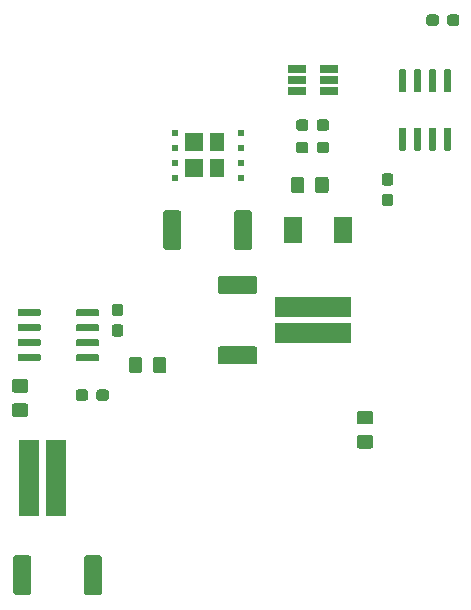
<source format=gtp>
%TF.GenerationSoftware,KiCad,Pcbnew,5.1.5-52549c5~84~ubuntu18.04.1*%
%TF.CreationDate,2020-02-26T10:28:26-05:00*%
%TF.ProjectId,LV_Breakout,4c565f42-7265-4616-9b6f-75742e6b6963,rev?*%
%TF.SameCoordinates,PX678e028PY6d01460*%
%TF.FileFunction,Paste,Top*%
%TF.FilePolarity,Positive*%
%FSLAX46Y46*%
G04 Gerber Fmt 4.6, Leading zero omitted, Abs format (unit mm)*
G04 Created by KiCad (PCBNEW 5.1.5-52549c5~84~ubuntu18.04.1) date 2020-02-26 10:28:26*
%MOMM*%
%LPD*%
G04 APERTURE LIST*
%ADD10R,1.755600X6.500000*%
%ADD11R,6.500000X1.755600*%
%ADD12C,0.100000*%
%ADD13R,1.560000X0.650000*%
%ADD14R,0.490000X0.490000*%
%ADD15R,1.585000X1.570000*%
%ADD16R,1.235000X1.570000*%
%ADD17R,1.620520X2.179320*%
G04 APERTURE END LIST*
D10*
%TO.C,R8*%
X63992801Y34925000D03*
X61737199Y34925000D03*
%TD*%
D11*
%TO.C,R3*%
X85725000Y47132199D03*
X85725000Y49387801D03*
%TD*%
D12*
%TO.C,C9*%
G36*
X96195779Y74133856D02*
G01*
X96218834Y74130437D01*
X96241443Y74124773D01*
X96263387Y74116921D01*
X96284457Y74106956D01*
X96304448Y74094974D01*
X96323168Y74081090D01*
X96340438Y74065438D01*
X96356090Y74048168D01*
X96369974Y74029448D01*
X96381956Y74009457D01*
X96391921Y73988387D01*
X96399773Y73966443D01*
X96405437Y73943834D01*
X96408856Y73920779D01*
X96410000Y73897500D01*
X96410000Y73422500D01*
X96408856Y73399221D01*
X96405437Y73376166D01*
X96399773Y73353557D01*
X96391921Y73331613D01*
X96381956Y73310543D01*
X96369974Y73290552D01*
X96356090Y73271832D01*
X96340438Y73254562D01*
X96323168Y73238910D01*
X96304448Y73225026D01*
X96284457Y73213044D01*
X96263387Y73203079D01*
X96241443Y73195227D01*
X96218834Y73189563D01*
X96195779Y73186144D01*
X96172500Y73185000D01*
X95597500Y73185000D01*
X95574221Y73186144D01*
X95551166Y73189563D01*
X95528557Y73195227D01*
X95506613Y73203079D01*
X95485543Y73213044D01*
X95465552Y73225026D01*
X95446832Y73238910D01*
X95429562Y73254562D01*
X95413910Y73271832D01*
X95400026Y73290552D01*
X95388044Y73310543D01*
X95378079Y73331613D01*
X95370227Y73353557D01*
X95364563Y73376166D01*
X95361144Y73399221D01*
X95360000Y73422500D01*
X95360000Y73897500D01*
X95361144Y73920779D01*
X95364563Y73943834D01*
X95370227Y73966443D01*
X95378079Y73988387D01*
X95388044Y74009457D01*
X95400026Y74029448D01*
X95413910Y74048168D01*
X95429562Y74065438D01*
X95446832Y74081090D01*
X95465552Y74094974D01*
X95485543Y74106956D01*
X95506613Y74116921D01*
X95528557Y74124773D01*
X95551166Y74130437D01*
X95574221Y74133856D01*
X95597500Y74135000D01*
X96172500Y74135000D01*
X96195779Y74133856D01*
G37*
G36*
X97945779Y74133856D02*
G01*
X97968834Y74130437D01*
X97991443Y74124773D01*
X98013387Y74116921D01*
X98034457Y74106956D01*
X98054448Y74094974D01*
X98073168Y74081090D01*
X98090438Y74065438D01*
X98106090Y74048168D01*
X98119974Y74029448D01*
X98131956Y74009457D01*
X98141921Y73988387D01*
X98149773Y73966443D01*
X98155437Y73943834D01*
X98158856Y73920779D01*
X98160000Y73897500D01*
X98160000Y73422500D01*
X98158856Y73399221D01*
X98155437Y73376166D01*
X98149773Y73353557D01*
X98141921Y73331613D01*
X98131956Y73310543D01*
X98119974Y73290552D01*
X98106090Y73271832D01*
X98090438Y73254562D01*
X98073168Y73238910D01*
X98054448Y73225026D01*
X98034457Y73213044D01*
X98013387Y73203079D01*
X97991443Y73195227D01*
X97968834Y73189563D01*
X97945779Y73186144D01*
X97922500Y73185000D01*
X97347500Y73185000D01*
X97324221Y73186144D01*
X97301166Y73189563D01*
X97278557Y73195227D01*
X97256613Y73203079D01*
X97235543Y73213044D01*
X97215552Y73225026D01*
X97196832Y73238910D01*
X97179562Y73254562D01*
X97163910Y73271832D01*
X97150026Y73290552D01*
X97138044Y73310543D01*
X97128079Y73331613D01*
X97120227Y73353557D01*
X97114563Y73376166D01*
X97111144Y73399221D01*
X97110000Y73422500D01*
X97110000Y73897500D01*
X97111144Y73920779D01*
X97114563Y73943834D01*
X97120227Y73966443D01*
X97128079Y73988387D01*
X97138044Y74009457D01*
X97150026Y74029448D01*
X97163910Y74048168D01*
X97179562Y74065438D01*
X97196832Y74081090D01*
X97215552Y74094974D01*
X97235543Y74106956D01*
X97256613Y74116921D01*
X97278557Y74124773D01*
X97301166Y74130437D01*
X97324221Y74133856D01*
X97347500Y74135000D01*
X97922500Y74135000D01*
X97945779Y74133856D01*
G37*
%TD*%
%TO.C,C11*%
G36*
X66505779Y42383856D02*
G01*
X66528834Y42380437D01*
X66551443Y42374773D01*
X66573387Y42366921D01*
X66594457Y42356956D01*
X66614448Y42344974D01*
X66633168Y42331090D01*
X66650438Y42315438D01*
X66666090Y42298168D01*
X66679974Y42279448D01*
X66691956Y42259457D01*
X66701921Y42238387D01*
X66709773Y42216443D01*
X66715437Y42193834D01*
X66718856Y42170779D01*
X66720000Y42147500D01*
X66720000Y41672500D01*
X66718856Y41649221D01*
X66715437Y41626166D01*
X66709773Y41603557D01*
X66701921Y41581613D01*
X66691956Y41560543D01*
X66679974Y41540552D01*
X66666090Y41521832D01*
X66650438Y41504562D01*
X66633168Y41488910D01*
X66614448Y41475026D01*
X66594457Y41463044D01*
X66573387Y41453079D01*
X66551443Y41445227D01*
X66528834Y41439563D01*
X66505779Y41436144D01*
X66482500Y41435000D01*
X65907500Y41435000D01*
X65884221Y41436144D01*
X65861166Y41439563D01*
X65838557Y41445227D01*
X65816613Y41453079D01*
X65795543Y41463044D01*
X65775552Y41475026D01*
X65756832Y41488910D01*
X65739562Y41504562D01*
X65723910Y41521832D01*
X65710026Y41540552D01*
X65698044Y41560543D01*
X65688079Y41581613D01*
X65680227Y41603557D01*
X65674563Y41626166D01*
X65671144Y41649221D01*
X65670000Y41672500D01*
X65670000Y42147500D01*
X65671144Y42170779D01*
X65674563Y42193834D01*
X65680227Y42216443D01*
X65688079Y42238387D01*
X65698044Y42259457D01*
X65710026Y42279448D01*
X65723910Y42298168D01*
X65739562Y42315438D01*
X65756832Y42331090D01*
X65775552Y42344974D01*
X65795543Y42356956D01*
X65816613Y42366921D01*
X65838557Y42374773D01*
X65861166Y42380437D01*
X65884221Y42383856D01*
X65907500Y42385000D01*
X66482500Y42385000D01*
X66505779Y42383856D01*
G37*
G36*
X68255779Y42383856D02*
G01*
X68278834Y42380437D01*
X68301443Y42374773D01*
X68323387Y42366921D01*
X68344457Y42356956D01*
X68364448Y42344974D01*
X68383168Y42331090D01*
X68400438Y42315438D01*
X68416090Y42298168D01*
X68429974Y42279448D01*
X68441956Y42259457D01*
X68451921Y42238387D01*
X68459773Y42216443D01*
X68465437Y42193834D01*
X68468856Y42170779D01*
X68470000Y42147500D01*
X68470000Y41672500D01*
X68468856Y41649221D01*
X68465437Y41626166D01*
X68459773Y41603557D01*
X68451921Y41581613D01*
X68441956Y41560543D01*
X68429974Y41540552D01*
X68416090Y41521832D01*
X68400438Y41504562D01*
X68383168Y41488910D01*
X68364448Y41475026D01*
X68344457Y41463044D01*
X68323387Y41453079D01*
X68301443Y41445227D01*
X68278834Y41439563D01*
X68255779Y41436144D01*
X68232500Y41435000D01*
X67657500Y41435000D01*
X67634221Y41436144D01*
X67611166Y41439563D01*
X67588557Y41445227D01*
X67566613Y41453079D01*
X67545543Y41463044D01*
X67525552Y41475026D01*
X67506832Y41488910D01*
X67489562Y41504562D01*
X67473910Y41521832D01*
X67460026Y41540552D01*
X67448044Y41560543D01*
X67438079Y41581613D01*
X67430227Y41603557D01*
X67424563Y41626166D01*
X67421144Y41649221D01*
X67420000Y41672500D01*
X67420000Y42147500D01*
X67421144Y42170779D01*
X67424563Y42193834D01*
X67430227Y42216443D01*
X67438079Y42238387D01*
X67448044Y42259457D01*
X67460026Y42279448D01*
X67473910Y42298168D01*
X67489562Y42315438D01*
X67506832Y42331090D01*
X67525552Y42344974D01*
X67545543Y42356956D01*
X67566613Y42366921D01*
X67588557Y42374773D01*
X67611166Y42380437D01*
X67634221Y42383856D01*
X67657500Y42385000D01*
X68232500Y42385000D01*
X68255779Y42383856D01*
G37*
%TD*%
%TO.C,U4*%
G36*
X67514703Y49194278D02*
G01*
X67529264Y49192118D01*
X67543543Y49188541D01*
X67557403Y49183582D01*
X67570710Y49177288D01*
X67583336Y49169720D01*
X67595159Y49160952D01*
X67606066Y49151066D01*
X67615952Y49140159D01*
X67624720Y49128336D01*
X67632288Y49115710D01*
X67638582Y49102403D01*
X67643541Y49088543D01*
X67647118Y49074264D01*
X67649278Y49059703D01*
X67650000Y49045000D01*
X67650000Y48745000D01*
X67649278Y48730297D01*
X67647118Y48715736D01*
X67643541Y48701457D01*
X67638582Y48687597D01*
X67632288Y48674290D01*
X67624720Y48661664D01*
X67615952Y48649841D01*
X67606066Y48638934D01*
X67595159Y48629048D01*
X67583336Y48620280D01*
X67570710Y48612712D01*
X67557403Y48606418D01*
X67543543Y48601459D01*
X67529264Y48597882D01*
X67514703Y48595722D01*
X67500000Y48595000D01*
X65850000Y48595000D01*
X65835297Y48595722D01*
X65820736Y48597882D01*
X65806457Y48601459D01*
X65792597Y48606418D01*
X65779290Y48612712D01*
X65766664Y48620280D01*
X65754841Y48629048D01*
X65743934Y48638934D01*
X65734048Y48649841D01*
X65725280Y48661664D01*
X65717712Y48674290D01*
X65711418Y48687597D01*
X65706459Y48701457D01*
X65702882Y48715736D01*
X65700722Y48730297D01*
X65700000Y48745000D01*
X65700000Y49045000D01*
X65700722Y49059703D01*
X65702882Y49074264D01*
X65706459Y49088543D01*
X65711418Y49102403D01*
X65717712Y49115710D01*
X65725280Y49128336D01*
X65734048Y49140159D01*
X65743934Y49151066D01*
X65754841Y49160952D01*
X65766664Y49169720D01*
X65779290Y49177288D01*
X65792597Y49183582D01*
X65806457Y49188541D01*
X65820736Y49192118D01*
X65835297Y49194278D01*
X65850000Y49195000D01*
X67500000Y49195000D01*
X67514703Y49194278D01*
G37*
G36*
X67514703Y47924278D02*
G01*
X67529264Y47922118D01*
X67543543Y47918541D01*
X67557403Y47913582D01*
X67570710Y47907288D01*
X67583336Y47899720D01*
X67595159Y47890952D01*
X67606066Y47881066D01*
X67615952Y47870159D01*
X67624720Y47858336D01*
X67632288Y47845710D01*
X67638582Y47832403D01*
X67643541Y47818543D01*
X67647118Y47804264D01*
X67649278Y47789703D01*
X67650000Y47775000D01*
X67650000Y47475000D01*
X67649278Y47460297D01*
X67647118Y47445736D01*
X67643541Y47431457D01*
X67638582Y47417597D01*
X67632288Y47404290D01*
X67624720Y47391664D01*
X67615952Y47379841D01*
X67606066Y47368934D01*
X67595159Y47359048D01*
X67583336Y47350280D01*
X67570710Y47342712D01*
X67557403Y47336418D01*
X67543543Y47331459D01*
X67529264Y47327882D01*
X67514703Y47325722D01*
X67500000Y47325000D01*
X65850000Y47325000D01*
X65835297Y47325722D01*
X65820736Y47327882D01*
X65806457Y47331459D01*
X65792597Y47336418D01*
X65779290Y47342712D01*
X65766664Y47350280D01*
X65754841Y47359048D01*
X65743934Y47368934D01*
X65734048Y47379841D01*
X65725280Y47391664D01*
X65717712Y47404290D01*
X65711418Y47417597D01*
X65706459Y47431457D01*
X65702882Y47445736D01*
X65700722Y47460297D01*
X65700000Y47475000D01*
X65700000Y47775000D01*
X65700722Y47789703D01*
X65702882Y47804264D01*
X65706459Y47818543D01*
X65711418Y47832403D01*
X65717712Y47845710D01*
X65725280Y47858336D01*
X65734048Y47870159D01*
X65743934Y47881066D01*
X65754841Y47890952D01*
X65766664Y47899720D01*
X65779290Y47907288D01*
X65792597Y47913582D01*
X65806457Y47918541D01*
X65820736Y47922118D01*
X65835297Y47924278D01*
X65850000Y47925000D01*
X67500000Y47925000D01*
X67514703Y47924278D01*
G37*
G36*
X67514703Y46654278D02*
G01*
X67529264Y46652118D01*
X67543543Y46648541D01*
X67557403Y46643582D01*
X67570710Y46637288D01*
X67583336Y46629720D01*
X67595159Y46620952D01*
X67606066Y46611066D01*
X67615952Y46600159D01*
X67624720Y46588336D01*
X67632288Y46575710D01*
X67638582Y46562403D01*
X67643541Y46548543D01*
X67647118Y46534264D01*
X67649278Y46519703D01*
X67650000Y46505000D01*
X67650000Y46205000D01*
X67649278Y46190297D01*
X67647118Y46175736D01*
X67643541Y46161457D01*
X67638582Y46147597D01*
X67632288Y46134290D01*
X67624720Y46121664D01*
X67615952Y46109841D01*
X67606066Y46098934D01*
X67595159Y46089048D01*
X67583336Y46080280D01*
X67570710Y46072712D01*
X67557403Y46066418D01*
X67543543Y46061459D01*
X67529264Y46057882D01*
X67514703Y46055722D01*
X67500000Y46055000D01*
X65850000Y46055000D01*
X65835297Y46055722D01*
X65820736Y46057882D01*
X65806457Y46061459D01*
X65792597Y46066418D01*
X65779290Y46072712D01*
X65766664Y46080280D01*
X65754841Y46089048D01*
X65743934Y46098934D01*
X65734048Y46109841D01*
X65725280Y46121664D01*
X65717712Y46134290D01*
X65711418Y46147597D01*
X65706459Y46161457D01*
X65702882Y46175736D01*
X65700722Y46190297D01*
X65700000Y46205000D01*
X65700000Y46505000D01*
X65700722Y46519703D01*
X65702882Y46534264D01*
X65706459Y46548543D01*
X65711418Y46562403D01*
X65717712Y46575710D01*
X65725280Y46588336D01*
X65734048Y46600159D01*
X65743934Y46611066D01*
X65754841Y46620952D01*
X65766664Y46629720D01*
X65779290Y46637288D01*
X65792597Y46643582D01*
X65806457Y46648541D01*
X65820736Y46652118D01*
X65835297Y46654278D01*
X65850000Y46655000D01*
X67500000Y46655000D01*
X67514703Y46654278D01*
G37*
G36*
X67514703Y45384278D02*
G01*
X67529264Y45382118D01*
X67543543Y45378541D01*
X67557403Y45373582D01*
X67570710Y45367288D01*
X67583336Y45359720D01*
X67595159Y45350952D01*
X67606066Y45341066D01*
X67615952Y45330159D01*
X67624720Y45318336D01*
X67632288Y45305710D01*
X67638582Y45292403D01*
X67643541Y45278543D01*
X67647118Y45264264D01*
X67649278Y45249703D01*
X67650000Y45235000D01*
X67650000Y44935000D01*
X67649278Y44920297D01*
X67647118Y44905736D01*
X67643541Y44891457D01*
X67638582Y44877597D01*
X67632288Y44864290D01*
X67624720Y44851664D01*
X67615952Y44839841D01*
X67606066Y44828934D01*
X67595159Y44819048D01*
X67583336Y44810280D01*
X67570710Y44802712D01*
X67557403Y44796418D01*
X67543543Y44791459D01*
X67529264Y44787882D01*
X67514703Y44785722D01*
X67500000Y44785000D01*
X65850000Y44785000D01*
X65835297Y44785722D01*
X65820736Y44787882D01*
X65806457Y44791459D01*
X65792597Y44796418D01*
X65779290Y44802712D01*
X65766664Y44810280D01*
X65754841Y44819048D01*
X65743934Y44828934D01*
X65734048Y44839841D01*
X65725280Y44851664D01*
X65717712Y44864290D01*
X65711418Y44877597D01*
X65706459Y44891457D01*
X65702882Y44905736D01*
X65700722Y44920297D01*
X65700000Y44935000D01*
X65700000Y45235000D01*
X65700722Y45249703D01*
X65702882Y45264264D01*
X65706459Y45278543D01*
X65711418Y45292403D01*
X65717712Y45305710D01*
X65725280Y45318336D01*
X65734048Y45330159D01*
X65743934Y45341066D01*
X65754841Y45350952D01*
X65766664Y45359720D01*
X65779290Y45367288D01*
X65792597Y45373582D01*
X65806457Y45378541D01*
X65820736Y45382118D01*
X65835297Y45384278D01*
X65850000Y45385000D01*
X67500000Y45385000D01*
X67514703Y45384278D01*
G37*
G36*
X62564703Y45384278D02*
G01*
X62579264Y45382118D01*
X62593543Y45378541D01*
X62607403Y45373582D01*
X62620710Y45367288D01*
X62633336Y45359720D01*
X62645159Y45350952D01*
X62656066Y45341066D01*
X62665952Y45330159D01*
X62674720Y45318336D01*
X62682288Y45305710D01*
X62688582Y45292403D01*
X62693541Y45278543D01*
X62697118Y45264264D01*
X62699278Y45249703D01*
X62700000Y45235000D01*
X62700000Y44935000D01*
X62699278Y44920297D01*
X62697118Y44905736D01*
X62693541Y44891457D01*
X62688582Y44877597D01*
X62682288Y44864290D01*
X62674720Y44851664D01*
X62665952Y44839841D01*
X62656066Y44828934D01*
X62645159Y44819048D01*
X62633336Y44810280D01*
X62620710Y44802712D01*
X62607403Y44796418D01*
X62593543Y44791459D01*
X62579264Y44787882D01*
X62564703Y44785722D01*
X62550000Y44785000D01*
X60900000Y44785000D01*
X60885297Y44785722D01*
X60870736Y44787882D01*
X60856457Y44791459D01*
X60842597Y44796418D01*
X60829290Y44802712D01*
X60816664Y44810280D01*
X60804841Y44819048D01*
X60793934Y44828934D01*
X60784048Y44839841D01*
X60775280Y44851664D01*
X60767712Y44864290D01*
X60761418Y44877597D01*
X60756459Y44891457D01*
X60752882Y44905736D01*
X60750722Y44920297D01*
X60750000Y44935000D01*
X60750000Y45235000D01*
X60750722Y45249703D01*
X60752882Y45264264D01*
X60756459Y45278543D01*
X60761418Y45292403D01*
X60767712Y45305710D01*
X60775280Y45318336D01*
X60784048Y45330159D01*
X60793934Y45341066D01*
X60804841Y45350952D01*
X60816664Y45359720D01*
X60829290Y45367288D01*
X60842597Y45373582D01*
X60856457Y45378541D01*
X60870736Y45382118D01*
X60885297Y45384278D01*
X60900000Y45385000D01*
X62550000Y45385000D01*
X62564703Y45384278D01*
G37*
G36*
X62564703Y46654278D02*
G01*
X62579264Y46652118D01*
X62593543Y46648541D01*
X62607403Y46643582D01*
X62620710Y46637288D01*
X62633336Y46629720D01*
X62645159Y46620952D01*
X62656066Y46611066D01*
X62665952Y46600159D01*
X62674720Y46588336D01*
X62682288Y46575710D01*
X62688582Y46562403D01*
X62693541Y46548543D01*
X62697118Y46534264D01*
X62699278Y46519703D01*
X62700000Y46505000D01*
X62700000Y46205000D01*
X62699278Y46190297D01*
X62697118Y46175736D01*
X62693541Y46161457D01*
X62688582Y46147597D01*
X62682288Y46134290D01*
X62674720Y46121664D01*
X62665952Y46109841D01*
X62656066Y46098934D01*
X62645159Y46089048D01*
X62633336Y46080280D01*
X62620710Y46072712D01*
X62607403Y46066418D01*
X62593543Y46061459D01*
X62579264Y46057882D01*
X62564703Y46055722D01*
X62550000Y46055000D01*
X60900000Y46055000D01*
X60885297Y46055722D01*
X60870736Y46057882D01*
X60856457Y46061459D01*
X60842597Y46066418D01*
X60829290Y46072712D01*
X60816664Y46080280D01*
X60804841Y46089048D01*
X60793934Y46098934D01*
X60784048Y46109841D01*
X60775280Y46121664D01*
X60767712Y46134290D01*
X60761418Y46147597D01*
X60756459Y46161457D01*
X60752882Y46175736D01*
X60750722Y46190297D01*
X60750000Y46205000D01*
X60750000Y46505000D01*
X60750722Y46519703D01*
X60752882Y46534264D01*
X60756459Y46548543D01*
X60761418Y46562403D01*
X60767712Y46575710D01*
X60775280Y46588336D01*
X60784048Y46600159D01*
X60793934Y46611066D01*
X60804841Y46620952D01*
X60816664Y46629720D01*
X60829290Y46637288D01*
X60842597Y46643582D01*
X60856457Y46648541D01*
X60870736Y46652118D01*
X60885297Y46654278D01*
X60900000Y46655000D01*
X62550000Y46655000D01*
X62564703Y46654278D01*
G37*
G36*
X62564703Y47924278D02*
G01*
X62579264Y47922118D01*
X62593543Y47918541D01*
X62607403Y47913582D01*
X62620710Y47907288D01*
X62633336Y47899720D01*
X62645159Y47890952D01*
X62656066Y47881066D01*
X62665952Y47870159D01*
X62674720Y47858336D01*
X62682288Y47845710D01*
X62688582Y47832403D01*
X62693541Y47818543D01*
X62697118Y47804264D01*
X62699278Y47789703D01*
X62700000Y47775000D01*
X62700000Y47475000D01*
X62699278Y47460297D01*
X62697118Y47445736D01*
X62693541Y47431457D01*
X62688582Y47417597D01*
X62682288Y47404290D01*
X62674720Y47391664D01*
X62665952Y47379841D01*
X62656066Y47368934D01*
X62645159Y47359048D01*
X62633336Y47350280D01*
X62620710Y47342712D01*
X62607403Y47336418D01*
X62593543Y47331459D01*
X62579264Y47327882D01*
X62564703Y47325722D01*
X62550000Y47325000D01*
X60900000Y47325000D01*
X60885297Y47325722D01*
X60870736Y47327882D01*
X60856457Y47331459D01*
X60842597Y47336418D01*
X60829290Y47342712D01*
X60816664Y47350280D01*
X60804841Y47359048D01*
X60793934Y47368934D01*
X60784048Y47379841D01*
X60775280Y47391664D01*
X60767712Y47404290D01*
X60761418Y47417597D01*
X60756459Y47431457D01*
X60752882Y47445736D01*
X60750722Y47460297D01*
X60750000Y47475000D01*
X60750000Y47775000D01*
X60750722Y47789703D01*
X60752882Y47804264D01*
X60756459Y47818543D01*
X60761418Y47832403D01*
X60767712Y47845710D01*
X60775280Y47858336D01*
X60784048Y47870159D01*
X60793934Y47881066D01*
X60804841Y47890952D01*
X60816664Y47899720D01*
X60829290Y47907288D01*
X60842597Y47913582D01*
X60856457Y47918541D01*
X60870736Y47922118D01*
X60885297Y47924278D01*
X60900000Y47925000D01*
X62550000Y47925000D01*
X62564703Y47924278D01*
G37*
G36*
X62564703Y49194278D02*
G01*
X62579264Y49192118D01*
X62593543Y49188541D01*
X62607403Y49183582D01*
X62620710Y49177288D01*
X62633336Y49169720D01*
X62645159Y49160952D01*
X62656066Y49151066D01*
X62665952Y49140159D01*
X62674720Y49128336D01*
X62682288Y49115710D01*
X62688582Y49102403D01*
X62693541Y49088543D01*
X62697118Y49074264D01*
X62699278Y49059703D01*
X62700000Y49045000D01*
X62700000Y48745000D01*
X62699278Y48730297D01*
X62697118Y48715736D01*
X62693541Y48701457D01*
X62688582Y48687597D01*
X62682288Y48674290D01*
X62674720Y48661664D01*
X62665952Y48649841D01*
X62656066Y48638934D01*
X62645159Y48629048D01*
X62633336Y48620280D01*
X62620710Y48612712D01*
X62607403Y48606418D01*
X62593543Y48601459D01*
X62579264Y48597882D01*
X62564703Y48595722D01*
X62550000Y48595000D01*
X60900000Y48595000D01*
X60885297Y48595722D01*
X60870736Y48597882D01*
X60856457Y48601459D01*
X60842597Y48606418D01*
X60829290Y48612712D01*
X60816664Y48620280D01*
X60804841Y48629048D01*
X60793934Y48638934D01*
X60784048Y48649841D01*
X60775280Y48661664D01*
X60767712Y48674290D01*
X60761418Y48687597D01*
X60756459Y48701457D01*
X60752882Y48715736D01*
X60750722Y48730297D01*
X60750000Y48745000D01*
X60750000Y49045000D01*
X60750722Y49059703D01*
X60752882Y49074264D01*
X60756459Y49088543D01*
X60761418Y49102403D01*
X60767712Y49115710D01*
X60775280Y49128336D01*
X60784048Y49140159D01*
X60793934Y49151066D01*
X60804841Y49160952D01*
X60816664Y49169720D01*
X60829290Y49177288D01*
X60842597Y49183582D01*
X60856457Y49188541D01*
X60870736Y49192118D01*
X60885297Y49194278D01*
X60900000Y49195000D01*
X62550000Y49195000D01*
X62564703Y49194278D01*
G37*
%TD*%
%TO.C,U3*%
G36*
X97319703Y64539278D02*
G01*
X97334264Y64537118D01*
X97348543Y64533541D01*
X97362403Y64528582D01*
X97375710Y64522288D01*
X97388336Y64514720D01*
X97400159Y64505952D01*
X97411066Y64496066D01*
X97420952Y64485159D01*
X97429720Y64473336D01*
X97437288Y64460710D01*
X97443582Y64447403D01*
X97448541Y64433543D01*
X97452118Y64419264D01*
X97454278Y64404703D01*
X97455000Y64390000D01*
X97455000Y62740000D01*
X97454278Y62725297D01*
X97452118Y62710736D01*
X97448541Y62696457D01*
X97443582Y62682597D01*
X97437288Y62669290D01*
X97429720Y62656664D01*
X97420952Y62644841D01*
X97411066Y62633934D01*
X97400159Y62624048D01*
X97388336Y62615280D01*
X97375710Y62607712D01*
X97362403Y62601418D01*
X97348543Y62596459D01*
X97334264Y62592882D01*
X97319703Y62590722D01*
X97305000Y62590000D01*
X97005000Y62590000D01*
X96990297Y62590722D01*
X96975736Y62592882D01*
X96961457Y62596459D01*
X96947597Y62601418D01*
X96934290Y62607712D01*
X96921664Y62615280D01*
X96909841Y62624048D01*
X96898934Y62633934D01*
X96889048Y62644841D01*
X96880280Y62656664D01*
X96872712Y62669290D01*
X96866418Y62682597D01*
X96861459Y62696457D01*
X96857882Y62710736D01*
X96855722Y62725297D01*
X96855000Y62740000D01*
X96855000Y64390000D01*
X96855722Y64404703D01*
X96857882Y64419264D01*
X96861459Y64433543D01*
X96866418Y64447403D01*
X96872712Y64460710D01*
X96880280Y64473336D01*
X96889048Y64485159D01*
X96898934Y64496066D01*
X96909841Y64505952D01*
X96921664Y64514720D01*
X96934290Y64522288D01*
X96947597Y64528582D01*
X96961457Y64533541D01*
X96975736Y64537118D01*
X96990297Y64539278D01*
X97005000Y64540000D01*
X97305000Y64540000D01*
X97319703Y64539278D01*
G37*
G36*
X96049703Y64539278D02*
G01*
X96064264Y64537118D01*
X96078543Y64533541D01*
X96092403Y64528582D01*
X96105710Y64522288D01*
X96118336Y64514720D01*
X96130159Y64505952D01*
X96141066Y64496066D01*
X96150952Y64485159D01*
X96159720Y64473336D01*
X96167288Y64460710D01*
X96173582Y64447403D01*
X96178541Y64433543D01*
X96182118Y64419264D01*
X96184278Y64404703D01*
X96185000Y64390000D01*
X96185000Y62740000D01*
X96184278Y62725297D01*
X96182118Y62710736D01*
X96178541Y62696457D01*
X96173582Y62682597D01*
X96167288Y62669290D01*
X96159720Y62656664D01*
X96150952Y62644841D01*
X96141066Y62633934D01*
X96130159Y62624048D01*
X96118336Y62615280D01*
X96105710Y62607712D01*
X96092403Y62601418D01*
X96078543Y62596459D01*
X96064264Y62592882D01*
X96049703Y62590722D01*
X96035000Y62590000D01*
X95735000Y62590000D01*
X95720297Y62590722D01*
X95705736Y62592882D01*
X95691457Y62596459D01*
X95677597Y62601418D01*
X95664290Y62607712D01*
X95651664Y62615280D01*
X95639841Y62624048D01*
X95628934Y62633934D01*
X95619048Y62644841D01*
X95610280Y62656664D01*
X95602712Y62669290D01*
X95596418Y62682597D01*
X95591459Y62696457D01*
X95587882Y62710736D01*
X95585722Y62725297D01*
X95585000Y62740000D01*
X95585000Y64390000D01*
X95585722Y64404703D01*
X95587882Y64419264D01*
X95591459Y64433543D01*
X95596418Y64447403D01*
X95602712Y64460710D01*
X95610280Y64473336D01*
X95619048Y64485159D01*
X95628934Y64496066D01*
X95639841Y64505952D01*
X95651664Y64514720D01*
X95664290Y64522288D01*
X95677597Y64528582D01*
X95691457Y64533541D01*
X95705736Y64537118D01*
X95720297Y64539278D01*
X95735000Y64540000D01*
X96035000Y64540000D01*
X96049703Y64539278D01*
G37*
G36*
X94779703Y64539278D02*
G01*
X94794264Y64537118D01*
X94808543Y64533541D01*
X94822403Y64528582D01*
X94835710Y64522288D01*
X94848336Y64514720D01*
X94860159Y64505952D01*
X94871066Y64496066D01*
X94880952Y64485159D01*
X94889720Y64473336D01*
X94897288Y64460710D01*
X94903582Y64447403D01*
X94908541Y64433543D01*
X94912118Y64419264D01*
X94914278Y64404703D01*
X94915000Y64390000D01*
X94915000Y62740000D01*
X94914278Y62725297D01*
X94912118Y62710736D01*
X94908541Y62696457D01*
X94903582Y62682597D01*
X94897288Y62669290D01*
X94889720Y62656664D01*
X94880952Y62644841D01*
X94871066Y62633934D01*
X94860159Y62624048D01*
X94848336Y62615280D01*
X94835710Y62607712D01*
X94822403Y62601418D01*
X94808543Y62596459D01*
X94794264Y62592882D01*
X94779703Y62590722D01*
X94765000Y62590000D01*
X94465000Y62590000D01*
X94450297Y62590722D01*
X94435736Y62592882D01*
X94421457Y62596459D01*
X94407597Y62601418D01*
X94394290Y62607712D01*
X94381664Y62615280D01*
X94369841Y62624048D01*
X94358934Y62633934D01*
X94349048Y62644841D01*
X94340280Y62656664D01*
X94332712Y62669290D01*
X94326418Y62682597D01*
X94321459Y62696457D01*
X94317882Y62710736D01*
X94315722Y62725297D01*
X94315000Y62740000D01*
X94315000Y64390000D01*
X94315722Y64404703D01*
X94317882Y64419264D01*
X94321459Y64433543D01*
X94326418Y64447403D01*
X94332712Y64460710D01*
X94340280Y64473336D01*
X94349048Y64485159D01*
X94358934Y64496066D01*
X94369841Y64505952D01*
X94381664Y64514720D01*
X94394290Y64522288D01*
X94407597Y64528582D01*
X94421457Y64533541D01*
X94435736Y64537118D01*
X94450297Y64539278D01*
X94465000Y64540000D01*
X94765000Y64540000D01*
X94779703Y64539278D01*
G37*
G36*
X93509703Y64539278D02*
G01*
X93524264Y64537118D01*
X93538543Y64533541D01*
X93552403Y64528582D01*
X93565710Y64522288D01*
X93578336Y64514720D01*
X93590159Y64505952D01*
X93601066Y64496066D01*
X93610952Y64485159D01*
X93619720Y64473336D01*
X93627288Y64460710D01*
X93633582Y64447403D01*
X93638541Y64433543D01*
X93642118Y64419264D01*
X93644278Y64404703D01*
X93645000Y64390000D01*
X93645000Y62740000D01*
X93644278Y62725297D01*
X93642118Y62710736D01*
X93638541Y62696457D01*
X93633582Y62682597D01*
X93627288Y62669290D01*
X93619720Y62656664D01*
X93610952Y62644841D01*
X93601066Y62633934D01*
X93590159Y62624048D01*
X93578336Y62615280D01*
X93565710Y62607712D01*
X93552403Y62601418D01*
X93538543Y62596459D01*
X93524264Y62592882D01*
X93509703Y62590722D01*
X93495000Y62590000D01*
X93195000Y62590000D01*
X93180297Y62590722D01*
X93165736Y62592882D01*
X93151457Y62596459D01*
X93137597Y62601418D01*
X93124290Y62607712D01*
X93111664Y62615280D01*
X93099841Y62624048D01*
X93088934Y62633934D01*
X93079048Y62644841D01*
X93070280Y62656664D01*
X93062712Y62669290D01*
X93056418Y62682597D01*
X93051459Y62696457D01*
X93047882Y62710736D01*
X93045722Y62725297D01*
X93045000Y62740000D01*
X93045000Y64390000D01*
X93045722Y64404703D01*
X93047882Y64419264D01*
X93051459Y64433543D01*
X93056418Y64447403D01*
X93062712Y64460710D01*
X93070280Y64473336D01*
X93079048Y64485159D01*
X93088934Y64496066D01*
X93099841Y64505952D01*
X93111664Y64514720D01*
X93124290Y64522288D01*
X93137597Y64528582D01*
X93151457Y64533541D01*
X93165736Y64537118D01*
X93180297Y64539278D01*
X93195000Y64540000D01*
X93495000Y64540000D01*
X93509703Y64539278D01*
G37*
G36*
X93509703Y69489278D02*
G01*
X93524264Y69487118D01*
X93538543Y69483541D01*
X93552403Y69478582D01*
X93565710Y69472288D01*
X93578336Y69464720D01*
X93590159Y69455952D01*
X93601066Y69446066D01*
X93610952Y69435159D01*
X93619720Y69423336D01*
X93627288Y69410710D01*
X93633582Y69397403D01*
X93638541Y69383543D01*
X93642118Y69369264D01*
X93644278Y69354703D01*
X93645000Y69340000D01*
X93645000Y67690000D01*
X93644278Y67675297D01*
X93642118Y67660736D01*
X93638541Y67646457D01*
X93633582Y67632597D01*
X93627288Y67619290D01*
X93619720Y67606664D01*
X93610952Y67594841D01*
X93601066Y67583934D01*
X93590159Y67574048D01*
X93578336Y67565280D01*
X93565710Y67557712D01*
X93552403Y67551418D01*
X93538543Y67546459D01*
X93524264Y67542882D01*
X93509703Y67540722D01*
X93495000Y67540000D01*
X93195000Y67540000D01*
X93180297Y67540722D01*
X93165736Y67542882D01*
X93151457Y67546459D01*
X93137597Y67551418D01*
X93124290Y67557712D01*
X93111664Y67565280D01*
X93099841Y67574048D01*
X93088934Y67583934D01*
X93079048Y67594841D01*
X93070280Y67606664D01*
X93062712Y67619290D01*
X93056418Y67632597D01*
X93051459Y67646457D01*
X93047882Y67660736D01*
X93045722Y67675297D01*
X93045000Y67690000D01*
X93045000Y69340000D01*
X93045722Y69354703D01*
X93047882Y69369264D01*
X93051459Y69383543D01*
X93056418Y69397403D01*
X93062712Y69410710D01*
X93070280Y69423336D01*
X93079048Y69435159D01*
X93088934Y69446066D01*
X93099841Y69455952D01*
X93111664Y69464720D01*
X93124290Y69472288D01*
X93137597Y69478582D01*
X93151457Y69483541D01*
X93165736Y69487118D01*
X93180297Y69489278D01*
X93195000Y69490000D01*
X93495000Y69490000D01*
X93509703Y69489278D01*
G37*
G36*
X94779703Y69489278D02*
G01*
X94794264Y69487118D01*
X94808543Y69483541D01*
X94822403Y69478582D01*
X94835710Y69472288D01*
X94848336Y69464720D01*
X94860159Y69455952D01*
X94871066Y69446066D01*
X94880952Y69435159D01*
X94889720Y69423336D01*
X94897288Y69410710D01*
X94903582Y69397403D01*
X94908541Y69383543D01*
X94912118Y69369264D01*
X94914278Y69354703D01*
X94915000Y69340000D01*
X94915000Y67690000D01*
X94914278Y67675297D01*
X94912118Y67660736D01*
X94908541Y67646457D01*
X94903582Y67632597D01*
X94897288Y67619290D01*
X94889720Y67606664D01*
X94880952Y67594841D01*
X94871066Y67583934D01*
X94860159Y67574048D01*
X94848336Y67565280D01*
X94835710Y67557712D01*
X94822403Y67551418D01*
X94808543Y67546459D01*
X94794264Y67542882D01*
X94779703Y67540722D01*
X94765000Y67540000D01*
X94465000Y67540000D01*
X94450297Y67540722D01*
X94435736Y67542882D01*
X94421457Y67546459D01*
X94407597Y67551418D01*
X94394290Y67557712D01*
X94381664Y67565280D01*
X94369841Y67574048D01*
X94358934Y67583934D01*
X94349048Y67594841D01*
X94340280Y67606664D01*
X94332712Y67619290D01*
X94326418Y67632597D01*
X94321459Y67646457D01*
X94317882Y67660736D01*
X94315722Y67675297D01*
X94315000Y67690000D01*
X94315000Y69340000D01*
X94315722Y69354703D01*
X94317882Y69369264D01*
X94321459Y69383543D01*
X94326418Y69397403D01*
X94332712Y69410710D01*
X94340280Y69423336D01*
X94349048Y69435159D01*
X94358934Y69446066D01*
X94369841Y69455952D01*
X94381664Y69464720D01*
X94394290Y69472288D01*
X94407597Y69478582D01*
X94421457Y69483541D01*
X94435736Y69487118D01*
X94450297Y69489278D01*
X94465000Y69490000D01*
X94765000Y69490000D01*
X94779703Y69489278D01*
G37*
G36*
X96049703Y69489278D02*
G01*
X96064264Y69487118D01*
X96078543Y69483541D01*
X96092403Y69478582D01*
X96105710Y69472288D01*
X96118336Y69464720D01*
X96130159Y69455952D01*
X96141066Y69446066D01*
X96150952Y69435159D01*
X96159720Y69423336D01*
X96167288Y69410710D01*
X96173582Y69397403D01*
X96178541Y69383543D01*
X96182118Y69369264D01*
X96184278Y69354703D01*
X96185000Y69340000D01*
X96185000Y67690000D01*
X96184278Y67675297D01*
X96182118Y67660736D01*
X96178541Y67646457D01*
X96173582Y67632597D01*
X96167288Y67619290D01*
X96159720Y67606664D01*
X96150952Y67594841D01*
X96141066Y67583934D01*
X96130159Y67574048D01*
X96118336Y67565280D01*
X96105710Y67557712D01*
X96092403Y67551418D01*
X96078543Y67546459D01*
X96064264Y67542882D01*
X96049703Y67540722D01*
X96035000Y67540000D01*
X95735000Y67540000D01*
X95720297Y67540722D01*
X95705736Y67542882D01*
X95691457Y67546459D01*
X95677597Y67551418D01*
X95664290Y67557712D01*
X95651664Y67565280D01*
X95639841Y67574048D01*
X95628934Y67583934D01*
X95619048Y67594841D01*
X95610280Y67606664D01*
X95602712Y67619290D01*
X95596418Y67632597D01*
X95591459Y67646457D01*
X95587882Y67660736D01*
X95585722Y67675297D01*
X95585000Y67690000D01*
X95585000Y69340000D01*
X95585722Y69354703D01*
X95587882Y69369264D01*
X95591459Y69383543D01*
X95596418Y69397403D01*
X95602712Y69410710D01*
X95610280Y69423336D01*
X95619048Y69435159D01*
X95628934Y69446066D01*
X95639841Y69455952D01*
X95651664Y69464720D01*
X95664290Y69472288D01*
X95677597Y69478582D01*
X95691457Y69483541D01*
X95705736Y69487118D01*
X95720297Y69489278D01*
X95735000Y69490000D01*
X96035000Y69490000D01*
X96049703Y69489278D01*
G37*
G36*
X97319703Y69489278D02*
G01*
X97334264Y69487118D01*
X97348543Y69483541D01*
X97362403Y69478582D01*
X97375710Y69472288D01*
X97388336Y69464720D01*
X97400159Y69455952D01*
X97411066Y69446066D01*
X97420952Y69435159D01*
X97429720Y69423336D01*
X97437288Y69410710D01*
X97443582Y69397403D01*
X97448541Y69383543D01*
X97452118Y69369264D01*
X97454278Y69354703D01*
X97455000Y69340000D01*
X97455000Y67690000D01*
X97454278Y67675297D01*
X97452118Y67660736D01*
X97448541Y67646457D01*
X97443582Y67632597D01*
X97437288Y67619290D01*
X97429720Y67606664D01*
X97420952Y67594841D01*
X97411066Y67583934D01*
X97400159Y67574048D01*
X97388336Y67565280D01*
X97375710Y67557712D01*
X97362403Y67551418D01*
X97348543Y67546459D01*
X97334264Y67542882D01*
X97319703Y67540722D01*
X97305000Y67540000D01*
X97005000Y67540000D01*
X96990297Y67540722D01*
X96975736Y67542882D01*
X96961457Y67546459D01*
X96947597Y67551418D01*
X96934290Y67557712D01*
X96921664Y67565280D01*
X96909841Y67574048D01*
X96898934Y67583934D01*
X96889048Y67594841D01*
X96880280Y67606664D01*
X96872712Y67619290D01*
X96866418Y67632597D01*
X96861459Y67646457D01*
X96857882Y67660736D01*
X96855722Y67675297D01*
X96855000Y67690000D01*
X96855000Y69340000D01*
X96855722Y69354703D01*
X96857882Y69369264D01*
X96861459Y69383543D01*
X96866418Y69397403D01*
X96872712Y69410710D01*
X96880280Y69423336D01*
X96889048Y69435159D01*
X96898934Y69446066D01*
X96909841Y69455952D01*
X96921664Y69464720D01*
X96934290Y69472288D01*
X96947597Y69478582D01*
X96961457Y69483541D01*
X96975736Y69487118D01*
X96990297Y69489278D01*
X97005000Y69490000D01*
X97305000Y69490000D01*
X97319703Y69489278D01*
G37*
%TD*%
D13*
%TO.C,U2*%
X84375000Y68580000D03*
X84375000Y67630000D03*
X84375000Y69530000D03*
X87075000Y69530000D03*
X87075000Y68580000D03*
X87075000Y67630000D03*
%TD*%
D12*
%TO.C,R10*%
G36*
X61434505Y41213796D02*
G01*
X61458773Y41210196D01*
X61482572Y41204235D01*
X61505671Y41195970D01*
X61527850Y41185480D01*
X61548893Y41172868D01*
X61568599Y41158253D01*
X61586777Y41141777D01*
X61603253Y41123599D01*
X61617868Y41103893D01*
X61630480Y41082850D01*
X61640970Y41060671D01*
X61649235Y41037572D01*
X61655196Y41013773D01*
X61658796Y40989505D01*
X61660000Y40965001D01*
X61660000Y40314999D01*
X61658796Y40290495D01*
X61655196Y40266227D01*
X61649235Y40242428D01*
X61640970Y40219329D01*
X61630480Y40197150D01*
X61617868Y40176107D01*
X61603253Y40156401D01*
X61586777Y40138223D01*
X61568599Y40121747D01*
X61548893Y40107132D01*
X61527850Y40094520D01*
X61505671Y40084030D01*
X61482572Y40075765D01*
X61458773Y40069804D01*
X61434505Y40066204D01*
X61410001Y40065000D01*
X60509999Y40065000D01*
X60485495Y40066204D01*
X60461227Y40069804D01*
X60437428Y40075765D01*
X60414329Y40084030D01*
X60392150Y40094520D01*
X60371107Y40107132D01*
X60351401Y40121747D01*
X60333223Y40138223D01*
X60316747Y40156401D01*
X60302132Y40176107D01*
X60289520Y40197150D01*
X60279030Y40219329D01*
X60270765Y40242428D01*
X60264804Y40266227D01*
X60261204Y40290495D01*
X60260000Y40314999D01*
X60260000Y40965001D01*
X60261204Y40989505D01*
X60264804Y41013773D01*
X60270765Y41037572D01*
X60279030Y41060671D01*
X60289520Y41082850D01*
X60302132Y41103893D01*
X60316747Y41123599D01*
X60333223Y41141777D01*
X60351401Y41158253D01*
X60371107Y41172868D01*
X60392150Y41185480D01*
X60414329Y41195970D01*
X60437428Y41204235D01*
X60461227Y41210196D01*
X60485495Y41213796D01*
X60509999Y41215000D01*
X61410001Y41215000D01*
X61434505Y41213796D01*
G37*
G36*
X61434505Y43263796D02*
G01*
X61458773Y43260196D01*
X61482572Y43254235D01*
X61505671Y43245970D01*
X61527850Y43235480D01*
X61548893Y43222868D01*
X61568599Y43208253D01*
X61586777Y43191777D01*
X61603253Y43173599D01*
X61617868Y43153893D01*
X61630480Y43132850D01*
X61640970Y43110671D01*
X61649235Y43087572D01*
X61655196Y43063773D01*
X61658796Y43039505D01*
X61660000Y43015001D01*
X61660000Y42364999D01*
X61658796Y42340495D01*
X61655196Y42316227D01*
X61649235Y42292428D01*
X61640970Y42269329D01*
X61630480Y42247150D01*
X61617868Y42226107D01*
X61603253Y42206401D01*
X61586777Y42188223D01*
X61568599Y42171747D01*
X61548893Y42157132D01*
X61527850Y42144520D01*
X61505671Y42134030D01*
X61482572Y42125765D01*
X61458773Y42119804D01*
X61434505Y42116204D01*
X61410001Y42115000D01*
X60509999Y42115000D01*
X60485495Y42116204D01*
X60461227Y42119804D01*
X60437428Y42125765D01*
X60414329Y42134030D01*
X60392150Y42144520D01*
X60371107Y42157132D01*
X60351401Y42171747D01*
X60333223Y42188223D01*
X60316747Y42206401D01*
X60302132Y42226107D01*
X60289520Y42247150D01*
X60279030Y42269329D01*
X60270765Y42292428D01*
X60264804Y42316227D01*
X60261204Y42340495D01*
X60260000Y42364999D01*
X60260000Y43015001D01*
X60261204Y43039505D01*
X60264804Y43063773D01*
X60270765Y43087572D01*
X60279030Y43110671D01*
X60289520Y43132850D01*
X60302132Y43153893D01*
X60316747Y43173599D01*
X60333223Y43191777D01*
X60351401Y43208253D01*
X60371107Y43222868D01*
X60392150Y43235480D01*
X60414329Y43245970D01*
X60437428Y43254235D01*
X60461227Y43260196D01*
X60485495Y43263796D01*
X60509999Y43265000D01*
X61410001Y43265000D01*
X61434505Y43263796D01*
G37*
%TD*%
%TO.C,R9*%
G36*
X73129505Y45148796D02*
G01*
X73153773Y45145196D01*
X73177572Y45139235D01*
X73200671Y45130970D01*
X73222850Y45120480D01*
X73243893Y45107868D01*
X73263599Y45093253D01*
X73281777Y45076777D01*
X73298253Y45058599D01*
X73312868Y45038893D01*
X73325480Y45017850D01*
X73335970Y44995671D01*
X73344235Y44972572D01*
X73350196Y44948773D01*
X73353796Y44924505D01*
X73355000Y44900001D01*
X73355000Y43999999D01*
X73353796Y43975495D01*
X73350196Y43951227D01*
X73344235Y43927428D01*
X73335970Y43904329D01*
X73325480Y43882150D01*
X73312868Y43861107D01*
X73298253Y43841401D01*
X73281777Y43823223D01*
X73263599Y43806747D01*
X73243893Y43792132D01*
X73222850Y43779520D01*
X73200671Y43769030D01*
X73177572Y43760765D01*
X73153773Y43754804D01*
X73129505Y43751204D01*
X73105001Y43750000D01*
X72454999Y43750000D01*
X72430495Y43751204D01*
X72406227Y43754804D01*
X72382428Y43760765D01*
X72359329Y43769030D01*
X72337150Y43779520D01*
X72316107Y43792132D01*
X72296401Y43806747D01*
X72278223Y43823223D01*
X72261747Y43841401D01*
X72247132Y43861107D01*
X72234520Y43882150D01*
X72224030Y43904329D01*
X72215765Y43927428D01*
X72209804Y43951227D01*
X72206204Y43975495D01*
X72205000Y43999999D01*
X72205000Y44900001D01*
X72206204Y44924505D01*
X72209804Y44948773D01*
X72215765Y44972572D01*
X72224030Y44995671D01*
X72234520Y45017850D01*
X72247132Y45038893D01*
X72261747Y45058599D01*
X72278223Y45076777D01*
X72296401Y45093253D01*
X72316107Y45107868D01*
X72337150Y45120480D01*
X72359329Y45130970D01*
X72382428Y45139235D01*
X72406227Y45145196D01*
X72430495Y45148796D01*
X72454999Y45150000D01*
X73105001Y45150000D01*
X73129505Y45148796D01*
G37*
G36*
X71079505Y45148796D02*
G01*
X71103773Y45145196D01*
X71127572Y45139235D01*
X71150671Y45130970D01*
X71172850Y45120480D01*
X71193893Y45107868D01*
X71213599Y45093253D01*
X71231777Y45076777D01*
X71248253Y45058599D01*
X71262868Y45038893D01*
X71275480Y45017850D01*
X71285970Y44995671D01*
X71294235Y44972572D01*
X71300196Y44948773D01*
X71303796Y44924505D01*
X71305000Y44900001D01*
X71305000Y43999999D01*
X71303796Y43975495D01*
X71300196Y43951227D01*
X71294235Y43927428D01*
X71285970Y43904329D01*
X71275480Y43882150D01*
X71262868Y43861107D01*
X71248253Y43841401D01*
X71231777Y43823223D01*
X71213599Y43806747D01*
X71193893Y43792132D01*
X71172850Y43779520D01*
X71150671Y43769030D01*
X71127572Y43760765D01*
X71103773Y43754804D01*
X71079505Y43751204D01*
X71055001Y43750000D01*
X70404999Y43750000D01*
X70380495Y43751204D01*
X70356227Y43754804D01*
X70332428Y43760765D01*
X70309329Y43769030D01*
X70287150Y43779520D01*
X70266107Y43792132D01*
X70246401Y43806747D01*
X70228223Y43823223D01*
X70211747Y43841401D01*
X70197132Y43861107D01*
X70184520Y43882150D01*
X70174030Y43904329D01*
X70165765Y43927428D01*
X70159804Y43951227D01*
X70156204Y43975495D01*
X70155000Y43999999D01*
X70155000Y44900001D01*
X70156204Y44924505D01*
X70159804Y44948773D01*
X70165765Y44972572D01*
X70174030Y44995671D01*
X70184520Y45017850D01*
X70197132Y45038893D01*
X70211747Y45058599D01*
X70228223Y45076777D01*
X70246401Y45093253D01*
X70266107Y45107868D01*
X70287150Y45120480D01*
X70309329Y45130970D01*
X70332428Y45139235D01*
X70356227Y45145196D01*
X70380495Y45148796D01*
X70404999Y45150000D01*
X71055001Y45150000D01*
X71079505Y45148796D01*
G37*
%TD*%
%TO.C,R7*%
G36*
X80359505Y57553796D02*
G01*
X80383773Y57550196D01*
X80407572Y57544235D01*
X80430671Y57535970D01*
X80452850Y57525480D01*
X80473893Y57512868D01*
X80493599Y57498253D01*
X80511777Y57481777D01*
X80528253Y57463599D01*
X80542868Y57443893D01*
X80555480Y57422850D01*
X80565970Y57400671D01*
X80574235Y57377572D01*
X80580196Y57353773D01*
X80583796Y57329505D01*
X80585000Y57305001D01*
X80585000Y54454999D01*
X80583796Y54430495D01*
X80580196Y54406227D01*
X80574235Y54382428D01*
X80565970Y54359329D01*
X80555480Y54337150D01*
X80542868Y54316107D01*
X80528253Y54296401D01*
X80511777Y54278223D01*
X80493599Y54261747D01*
X80473893Y54247132D01*
X80452850Y54234520D01*
X80430671Y54224030D01*
X80407572Y54215765D01*
X80383773Y54209804D01*
X80359505Y54206204D01*
X80335001Y54205000D01*
X79309999Y54205000D01*
X79285495Y54206204D01*
X79261227Y54209804D01*
X79237428Y54215765D01*
X79214329Y54224030D01*
X79192150Y54234520D01*
X79171107Y54247132D01*
X79151401Y54261747D01*
X79133223Y54278223D01*
X79116747Y54296401D01*
X79102132Y54316107D01*
X79089520Y54337150D01*
X79079030Y54359329D01*
X79070765Y54382428D01*
X79064804Y54406227D01*
X79061204Y54430495D01*
X79060000Y54454999D01*
X79060000Y57305001D01*
X79061204Y57329505D01*
X79064804Y57353773D01*
X79070765Y57377572D01*
X79079030Y57400671D01*
X79089520Y57422850D01*
X79102132Y57443893D01*
X79116747Y57463599D01*
X79133223Y57481777D01*
X79151401Y57498253D01*
X79171107Y57512868D01*
X79192150Y57525480D01*
X79214329Y57535970D01*
X79237428Y57544235D01*
X79261227Y57550196D01*
X79285495Y57553796D01*
X79309999Y57555000D01*
X80335001Y57555000D01*
X80359505Y57553796D01*
G37*
G36*
X74384505Y57553796D02*
G01*
X74408773Y57550196D01*
X74432572Y57544235D01*
X74455671Y57535970D01*
X74477850Y57525480D01*
X74498893Y57512868D01*
X74518599Y57498253D01*
X74536777Y57481777D01*
X74553253Y57463599D01*
X74567868Y57443893D01*
X74580480Y57422850D01*
X74590970Y57400671D01*
X74599235Y57377572D01*
X74605196Y57353773D01*
X74608796Y57329505D01*
X74610000Y57305001D01*
X74610000Y54454999D01*
X74608796Y54430495D01*
X74605196Y54406227D01*
X74599235Y54382428D01*
X74590970Y54359329D01*
X74580480Y54337150D01*
X74567868Y54316107D01*
X74553253Y54296401D01*
X74536777Y54278223D01*
X74518599Y54261747D01*
X74498893Y54247132D01*
X74477850Y54234520D01*
X74455671Y54224030D01*
X74432572Y54215765D01*
X74408773Y54209804D01*
X74384505Y54206204D01*
X74360001Y54205000D01*
X73334999Y54205000D01*
X73310495Y54206204D01*
X73286227Y54209804D01*
X73262428Y54215765D01*
X73239329Y54224030D01*
X73217150Y54234520D01*
X73196107Y54247132D01*
X73176401Y54261747D01*
X73158223Y54278223D01*
X73141747Y54296401D01*
X73127132Y54316107D01*
X73114520Y54337150D01*
X73104030Y54359329D01*
X73095765Y54382428D01*
X73089804Y54406227D01*
X73086204Y54430495D01*
X73085000Y54454999D01*
X73085000Y57305001D01*
X73086204Y57329505D01*
X73089804Y57353773D01*
X73095765Y57377572D01*
X73104030Y57400671D01*
X73114520Y57422850D01*
X73127132Y57443893D01*
X73141747Y57463599D01*
X73158223Y57481777D01*
X73176401Y57498253D01*
X73196107Y57512868D01*
X73217150Y57525480D01*
X73239329Y57535970D01*
X73262428Y57544235D01*
X73286227Y57550196D01*
X73310495Y57553796D01*
X73334999Y57555000D01*
X74360001Y57555000D01*
X74384505Y57553796D01*
G37*
%TD*%
%TO.C,R6*%
G36*
X80824505Y52008796D02*
G01*
X80848773Y52005196D01*
X80872572Y51999235D01*
X80895671Y51990970D01*
X80917850Y51980480D01*
X80938893Y51967868D01*
X80958599Y51953253D01*
X80976777Y51936777D01*
X80993253Y51918599D01*
X81007868Y51898893D01*
X81020480Y51877850D01*
X81030970Y51855671D01*
X81039235Y51832572D01*
X81045196Y51808773D01*
X81048796Y51784505D01*
X81050000Y51760001D01*
X81050000Y50734999D01*
X81048796Y50710495D01*
X81045196Y50686227D01*
X81039235Y50662428D01*
X81030970Y50639329D01*
X81020480Y50617150D01*
X81007868Y50596107D01*
X80993253Y50576401D01*
X80976777Y50558223D01*
X80958599Y50541747D01*
X80938893Y50527132D01*
X80917850Y50514520D01*
X80895671Y50504030D01*
X80872572Y50495765D01*
X80848773Y50489804D01*
X80824505Y50486204D01*
X80800001Y50485000D01*
X77949999Y50485000D01*
X77925495Y50486204D01*
X77901227Y50489804D01*
X77877428Y50495765D01*
X77854329Y50504030D01*
X77832150Y50514520D01*
X77811107Y50527132D01*
X77791401Y50541747D01*
X77773223Y50558223D01*
X77756747Y50576401D01*
X77742132Y50596107D01*
X77729520Y50617150D01*
X77719030Y50639329D01*
X77710765Y50662428D01*
X77704804Y50686227D01*
X77701204Y50710495D01*
X77700000Y50734999D01*
X77700000Y51760001D01*
X77701204Y51784505D01*
X77704804Y51808773D01*
X77710765Y51832572D01*
X77719030Y51855671D01*
X77729520Y51877850D01*
X77742132Y51898893D01*
X77756747Y51918599D01*
X77773223Y51936777D01*
X77791401Y51953253D01*
X77811107Y51967868D01*
X77832150Y51980480D01*
X77854329Y51990970D01*
X77877428Y51999235D01*
X77901227Y52005196D01*
X77925495Y52008796D01*
X77949999Y52010000D01*
X80800001Y52010000D01*
X80824505Y52008796D01*
G37*
G36*
X80824505Y46033796D02*
G01*
X80848773Y46030196D01*
X80872572Y46024235D01*
X80895671Y46015970D01*
X80917850Y46005480D01*
X80938893Y45992868D01*
X80958599Y45978253D01*
X80976777Y45961777D01*
X80993253Y45943599D01*
X81007868Y45923893D01*
X81020480Y45902850D01*
X81030970Y45880671D01*
X81039235Y45857572D01*
X81045196Y45833773D01*
X81048796Y45809505D01*
X81050000Y45785001D01*
X81050000Y44759999D01*
X81048796Y44735495D01*
X81045196Y44711227D01*
X81039235Y44687428D01*
X81030970Y44664329D01*
X81020480Y44642150D01*
X81007868Y44621107D01*
X80993253Y44601401D01*
X80976777Y44583223D01*
X80958599Y44566747D01*
X80938893Y44552132D01*
X80917850Y44539520D01*
X80895671Y44529030D01*
X80872572Y44520765D01*
X80848773Y44514804D01*
X80824505Y44511204D01*
X80800001Y44510000D01*
X77949999Y44510000D01*
X77925495Y44511204D01*
X77901227Y44514804D01*
X77877428Y44520765D01*
X77854329Y44529030D01*
X77832150Y44539520D01*
X77811107Y44552132D01*
X77791401Y44566747D01*
X77773223Y44583223D01*
X77756747Y44601401D01*
X77742132Y44621107D01*
X77729520Y44642150D01*
X77719030Y44664329D01*
X77710765Y44687428D01*
X77704804Y44711227D01*
X77701204Y44735495D01*
X77700000Y44759999D01*
X77700000Y45785001D01*
X77701204Y45809505D01*
X77704804Y45833773D01*
X77710765Y45857572D01*
X77719030Y45880671D01*
X77729520Y45902850D01*
X77742132Y45923893D01*
X77756747Y45943599D01*
X77773223Y45961777D01*
X77791401Y45978253D01*
X77811107Y45992868D01*
X77832150Y46005480D01*
X77854329Y46015970D01*
X77877428Y46024235D01*
X77901227Y46030196D01*
X77925495Y46033796D01*
X77949999Y46035000D01*
X80800001Y46035000D01*
X80824505Y46033796D01*
G37*
%TD*%
%TO.C,R5*%
G36*
X84804505Y60388796D02*
G01*
X84828773Y60385196D01*
X84852572Y60379235D01*
X84875671Y60370970D01*
X84897850Y60360480D01*
X84918893Y60347868D01*
X84938599Y60333253D01*
X84956777Y60316777D01*
X84973253Y60298599D01*
X84987868Y60278893D01*
X85000480Y60257850D01*
X85010970Y60235671D01*
X85019235Y60212572D01*
X85025196Y60188773D01*
X85028796Y60164505D01*
X85030000Y60140001D01*
X85030000Y59239999D01*
X85028796Y59215495D01*
X85025196Y59191227D01*
X85019235Y59167428D01*
X85010970Y59144329D01*
X85000480Y59122150D01*
X84987868Y59101107D01*
X84973253Y59081401D01*
X84956777Y59063223D01*
X84938599Y59046747D01*
X84918893Y59032132D01*
X84897850Y59019520D01*
X84875671Y59009030D01*
X84852572Y59000765D01*
X84828773Y58994804D01*
X84804505Y58991204D01*
X84780001Y58990000D01*
X84129999Y58990000D01*
X84105495Y58991204D01*
X84081227Y58994804D01*
X84057428Y59000765D01*
X84034329Y59009030D01*
X84012150Y59019520D01*
X83991107Y59032132D01*
X83971401Y59046747D01*
X83953223Y59063223D01*
X83936747Y59081401D01*
X83922132Y59101107D01*
X83909520Y59122150D01*
X83899030Y59144329D01*
X83890765Y59167428D01*
X83884804Y59191227D01*
X83881204Y59215495D01*
X83880000Y59239999D01*
X83880000Y60140001D01*
X83881204Y60164505D01*
X83884804Y60188773D01*
X83890765Y60212572D01*
X83899030Y60235671D01*
X83909520Y60257850D01*
X83922132Y60278893D01*
X83936747Y60298599D01*
X83953223Y60316777D01*
X83971401Y60333253D01*
X83991107Y60347868D01*
X84012150Y60360480D01*
X84034329Y60370970D01*
X84057428Y60379235D01*
X84081227Y60385196D01*
X84105495Y60388796D01*
X84129999Y60390000D01*
X84780001Y60390000D01*
X84804505Y60388796D01*
G37*
G36*
X86854505Y60388796D02*
G01*
X86878773Y60385196D01*
X86902572Y60379235D01*
X86925671Y60370970D01*
X86947850Y60360480D01*
X86968893Y60347868D01*
X86988599Y60333253D01*
X87006777Y60316777D01*
X87023253Y60298599D01*
X87037868Y60278893D01*
X87050480Y60257850D01*
X87060970Y60235671D01*
X87069235Y60212572D01*
X87075196Y60188773D01*
X87078796Y60164505D01*
X87080000Y60140001D01*
X87080000Y59239999D01*
X87078796Y59215495D01*
X87075196Y59191227D01*
X87069235Y59167428D01*
X87060970Y59144329D01*
X87050480Y59122150D01*
X87037868Y59101107D01*
X87023253Y59081401D01*
X87006777Y59063223D01*
X86988599Y59046747D01*
X86968893Y59032132D01*
X86947850Y59019520D01*
X86925671Y59009030D01*
X86902572Y59000765D01*
X86878773Y58994804D01*
X86854505Y58991204D01*
X86830001Y58990000D01*
X86179999Y58990000D01*
X86155495Y58991204D01*
X86131227Y58994804D01*
X86107428Y59000765D01*
X86084329Y59009030D01*
X86062150Y59019520D01*
X86041107Y59032132D01*
X86021401Y59046747D01*
X86003223Y59063223D01*
X85986747Y59081401D01*
X85972132Y59101107D01*
X85959520Y59122150D01*
X85949030Y59144329D01*
X85940765Y59167428D01*
X85934804Y59191227D01*
X85931204Y59215495D01*
X85930000Y59239999D01*
X85930000Y60140001D01*
X85931204Y60164505D01*
X85934804Y60188773D01*
X85940765Y60212572D01*
X85949030Y60235671D01*
X85959520Y60257850D01*
X85972132Y60278893D01*
X85986747Y60298599D01*
X86003223Y60316777D01*
X86021401Y60333253D01*
X86041107Y60347868D01*
X86062150Y60360480D01*
X86084329Y60370970D01*
X86107428Y60379235D01*
X86131227Y60385196D01*
X86155495Y60388796D01*
X86179999Y60390000D01*
X86830001Y60390000D01*
X86854505Y60388796D01*
G37*
%TD*%
%TO.C,R4*%
G36*
X90644505Y38528796D02*
G01*
X90668773Y38525196D01*
X90692572Y38519235D01*
X90715671Y38510970D01*
X90737850Y38500480D01*
X90758893Y38487868D01*
X90778599Y38473253D01*
X90796777Y38456777D01*
X90813253Y38438599D01*
X90827868Y38418893D01*
X90840480Y38397850D01*
X90850970Y38375671D01*
X90859235Y38352572D01*
X90865196Y38328773D01*
X90868796Y38304505D01*
X90870000Y38280001D01*
X90870000Y37629999D01*
X90868796Y37605495D01*
X90865196Y37581227D01*
X90859235Y37557428D01*
X90850970Y37534329D01*
X90840480Y37512150D01*
X90827868Y37491107D01*
X90813253Y37471401D01*
X90796777Y37453223D01*
X90778599Y37436747D01*
X90758893Y37422132D01*
X90737850Y37409520D01*
X90715671Y37399030D01*
X90692572Y37390765D01*
X90668773Y37384804D01*
X90644505Y37381204D01*
X90620001Y37380000D01*
X89719999Y37380000D01*
X89695495Y37381204D01*
X89671227Y37384804D01*
X89647428Y37390765D01*
X89624329Y37399030D01*
X89602150Y37409520D01*
X89581107Y37422132D01*
X89561401Y37436747D01*
X89543223Y37453223D01*
X89526747Y37471401D01*
X89512132Y37491107D01*
X89499520Y37512150D01*
X89489030Y37534329D01*
X89480765Y37557428D01*
X89474804Y37581227D01*
X89471204Y37605495D01*
X89470000Y37629999D01*
X89470000Y38280001D01*
X89471204Y38304505D01*
X89474804Y38328773D01*
X89480765Y38352572D01*
X89489030Y38375671D01*
X89499520Y38397850D01*
X89512132Y38418893D01*
X89526747Y38438599D01*
X89543223Y38456777D01*
X89561401Y38473253D01*
X89581107Y38487868D01*
X89602150Y38500480D01*
X89624329Y38510970D01*
X89647428Y38519235D01*
X89671227Y38525196D01*
X89695495Y38528796D01*
X89719999Y38530000D01*
X90620001Y38530000D01*
X90644505Y38528796D01*
G37*
G36*
X90644505Y40578796D02*
G01*
X90668773Y40575196D01*
X90692572Y40569235D01*
X90715671Y40560970D01*
X90737850Y40550480D01*
X90758893Y40537868D01*
X90778599Y40523253D01*
X90796777Y40506777D01*
X90813253Y40488599D01*
X90827868Y40468893D01*
X90840480Y40447850D01*
X90850970Y40425671D01*
X90859235Y40402572D01*
X90865196Y40378773D01*
X90868796Y40354505D01*
X90870000Y40330001D01*
X90870000Y39679999D01*
X90868796Y39655495D01*
X90865196Y39631227D01*
X90859235Y39607428D01*
X90850970Y39584329D01*
X90840480Y39562150D01*
X90827868Y39541107D01*
X90813253Y39521401D01*
X90796777Y39503223D01*
X90778599Y39486747D01*
X90758893Y39472132D01*
X90737850Y39459520D01*
X90715671Y39449030D01*
X90692572Y39440765D01*
X90668773Y39434804D01*
X90644505Y39431204D01*
X90620001Y39430000D01*
X89719999Y39430000D01*
X89695495Y39431204D01*
X89671227Y39434804D01*
X89647428Y39440765D01*
X89624329Y39449030D01*
X89602150Y39459520D01*
X89581107Y39472132D01*
X89561401Y39486747D01*
X89543223Y39503223D01*
X89526747Y39521401D01*
X89512132Y39541107D01*
X89499520Y39562150D01*
X89489030Y39584329D01*
X89480765Y39607428D01*
X89474804Y39631227D01*
X89471204Y39655495D01*
X89470000Y39679999D01*
X89470000Y40330001D01*
X89471204Y40354505D01*
X89474804Y40378773D01*
X89480765Y40402572D01*
X89489030Y40425671D01*
X89499520Y40447850D01*
X89512132Y40468893D01*
X89526747Y40488599D01*
X89543223Y40506777D01*
X89561401Y40523253D01*
X89581107Y40537868D01*
X89602150Y40550480D01*
X89624329Y40560970D01*
X89647428Y40569235D01*
X89671227Y40575196D01*
X89695495Y40578796D01*
X89719999Y40580000D01*
X90620001Y40580000D01*
X90644505Y40578796D01*
G37*
%TD*%
%TO.C,R2*%
G36*
X67659505Y28343796D02*
G01*
X67683773Y28340196D01*
X67707572Y28334235D01*
X67730671Y28325970D01*
X67752850Y28315480D01*
X67773893Y28302868D01*
X67793599Y28288253D01*
X67811777Y28271777D01*
X67828253Y28253599D01*
X67842868Y28233893D01*
X67855480Y28212850D01*
X67865970Y28190671D01*
X67874235Y28167572D01*
X67880196Y28143773D01*
X67883796Y28119505D01*
X67885000Y28095001D01*
X67885000Y25244999D01*
X67883796Y25220495D01*
X67880196Y25196227D01*
X67874235Y25172428D01*
X67865970Y25149329D01*
X67855480Y25127150D01*
X67842868Y25106107D01*
X67828253Y25086401D01*
X67811777Y25068223D01*
X67793599Y25051747D01*
X67773893Y25037132D01*
X67752850Y25024520D01*
X67730671Y25014030D01*
X67707572Y25005765D01*
X67683773Y24999804D01*
X67659505Y24996204D01*
X67635001Y24995000D01*
X66609999Y24995000D01*
X66585495Y24996204D01*
X66561227Y24999804D01*
X66537428Y25005765D01*
X66514329Y25014030D01*
X66492150Y25024520D01*
X66471107Y25037132D01*
X66451401Y25051747D01*
X66433223Y25068223D01*
X66416747Y25086401D01*
X66402132Y25106107D01*
X66389520Y25127150D01*
X66379030Y25149329D01*
X66370765Y25172428D01*
X66364804Y25196227D01*
X66361204Y25220495D01*
X66360000Y25244999D01*
X66360000Y28095001D01*
X66361204Y28119505D01*
X66364804Y28143773D01*
X66370765Y28167572D01*
X66379030Y28190671D01*
X66389520Y28212850D01*
X66402132Y28233893D01*
X66416747Y28253599D01*
X66433223Y28271777D01*
X66451401Y28288253D01*
X66471107Y28302868D01*
X66492150Y28315480D01*
X66514329Y28325970D01*
X66537428Y28334235D01*
X66561227Y28340196D01*
X66585495Y28343796D01*
X66609999Y28345000D01*
X67635001Y28345000D01*
X67659505Y28343796D01*
G37*
G36*
X61684505Y28343796D02*
G01*
X61708773Y28340196D01*
X61732572Y28334235D01*
X61755671Y28325970D01*
X61777850Y28315480D01*
X61798893Y28302868D01*
X61818599Y28288253D01*
X61836777Y28271777D01*
X61853253Y28253599D01*
X61867868Y28233893D01*
X61880480Y28212850D01*
X61890970Y28190671D01*
X61899235Y28167572D01*
X61905196Y28143773D01*
X61908796Y28119505D01*
X61910000Y28095001D01*
X61910000Y25244999D01*
X61908796Y25220495D01*
X61905196Y25196227D01*
X61899235Y25172428D01*
X61890970Y25149329D01*
X61880480Y25127150D01*
X61867868Y25106107D01*
X61853253Y25086401D01*
X61836777Y25068223D01*
X61818599Y25051747D01*
X61798893Y25037132D01*
X61777850Y25024520D01*
X61755671Y25014030D01*
X61732572Y25005765D01*
X61708773Y24999804D01*
X61684505Y24996204D01*
X61660001Y24995000D01*
X60634999Y24995000D01*
X60610495Y24996204D01*
X60586227Y24999804D01*
X60562428Y25005765D01*
X60539329Y25014030D01*
X60517150Y25024520D01*
X60496107Y25037132D01*
X60476401Y25051747D01*
X60458223Y25068223D01*
X60441747Y25086401D01*
X60427132Y25106107D01*
X60414520Y25127150D01*
X60404030Y25149329D01*
X60395765Y25172428D01*
X60389804Y25196227D01*
X60386204Y25220495D01*
X60385000Y25244999D01*
X60385000Y28095001D01*
X60386204Y28119505D01*
X60389804Y28143773D01*
X60395765Y28167572D01*
X60404030Y28190671D01*
X60414520Y28212850D01*
X60427132Y28233893D01*
X60441747Y28253599D01*
X60458223Y28271777D01*
X60476401Y28288253D01*
X60496107Y28302868D01*
X60517150Y28315480D01*
X60539329Y28325970D01*
X60562428Y28334235D01*
X60586227Y28340196D01*
X60610495Y28343796D01*
X60634999Y28345000D01*
X61660001Y28345000D01*
X61684505Y28343796D01*
G37*
%TD*%
D14*
%TO.C,Q1*%
X74035000Y62865000D03*
X74035000Y61595000D03*
X74035000Y60325000D03*
X74035000Y64135000D03*
X79635000Y64135000D03*
X79635000Y60325000D03*
X79635000Y61595000D03*
X79635000Y62865000D03*
D15*
X75722500Y63325000D03*
X75722500Y61135000D03*
D16*
X77632500Y63325000D03*
X77632500Y61135000D03*
%TD*%
D17*
%TO.C,D1*%
X88265000Y55880000D03*
X84043520Y55880000D03*
%TD*%
D12*
%TO.C,C10*%
G36*
X69475779Y47908856D02*
G01*
X69498834Y47905437D01*
X69521443Y47899773D01*
X69543387Y47891921D01*
X69564457Y47881956D01*
X69584448Y47869974D01*
X69603168Y47856090D01*
X69620438Y47840438D01*
X69636090Y47823168D01*
X69649974Y47804448D01*
X69661956Y47784457D01*
X69671921Y47763387D01*
X69679773Y47741443D01*
X69685437Y47718834D01*
X69688856Y47695779D01*
X69690000Y47672500D01*
X69690000Y47097500D01*
X69688856Y47074221D01*
X69685437Y47051166D01*
X69679773Y47028557D01*
X69671921Y47006613D01*
X69661956Y46985543D01*
X69649974Y46965552D01*
X69636090Y46946832D01*
X69620438Y46929562D01*
X69603168Y46913910D01*
X69584448Y46900026D01*
X69564457Y46888044D01*
X69543387Y46878079D01*
X69521443Y46870227D01*
X69498834Y46864563D01*
X69475779Y46861144D01*
X69452500Y46860000D01*
X68977500Y46860000D01*
X68954221Y46861144D01*
X68931166Y46864563D01*
X68908557Y46870227D01*
X68886613Y46878079D01*
X68865543Y46888044D01*
X68845552Y46900026D01*
X68826832Y46913910D01*
X68809562Y46929562D01*
X68793910Y46946832D01*
X68780026Y46965552D01*
X68768044Y46985543D01*
X68758079Y47006613D01*
X68750227Y47028557D01*
X68744563Y47051166D01*
X68741144Y47074221D01*
X68740000Y47097500D01*
X68740000Y47672500D01*
X68741144Y47695779D01*
X68744563Y47718834D01*
X68750227Y47741443D01*
X68758079Y47763387D01*
X68768044Y47784457D01*
X68780026Y47804448D01*
X68793910Y47823168D01*
X68809562Y47840438D01*
X68826832Y47856090D01*
X68845552Y47869974D01*
X68865543Y47881956D01*
X68886613Y47891921D01*
X68908557Y47899773D01*
X68931166Y47905437D01*
X68954221Y47908856D01*
X68977500Y47910000D01*
X69452500Y47910000D01*
X69475779Y47908856D01*
G37*
G36*
X69475779Y49658856D02*
G01*
X69498834Y49655437D01*
X69521443Y49649773D01*
X69543387Y49641921D01*
X69564457Y49631956D01*
X69584448Y49619974D01*
X69603168Y49606090D01*
X69620438Y49590438D01*
X69636090Y49573168D01*
X69649974Y49554448D01*
X69661956Y49534457D01*
X69671921Y49513387D01*
X69679773Y49491443D01*
X69685437Y49468834D01*
X69688856Y49445779D01*
X69690000Y49422500D01*
X69690000Y48847500D01*
X69688856Y48824221D01*
X69685437Y48801166D01*
X69679773Y48778557D01*
X69671921Y48756613D01*
X69661956Y48735543D01*
X69649974Y48715552D01*
X69636090Y48696832D01*
X69620438Y48679562D01*
X69603168Y48663910D01*
X69584448Y48650026D01*
X69564457Y48638044D01*
X69543387Y48628079D01*
X69521443Y48620227D01*
X69498834Y48614563D01*
X69475779Y48611144D01*
X69452500Y48610000D01*
X68977500Y48610000D01*
X68954221Y48611144D01*
X68931166Y48614563D01*
X68908557Y48620227D01*
X68886613Y48628079D01*
X68865543Y48638044D01*
X68845552Y48650026D01*
X68826832Y48663910D01*
X68809562Y48679562D01*
X68793910Y48696832D01*
X68780026Y48715552D01*
X68768044Y48735543D01*
X68758079Y48756613D01*
X68750227Y48778557D01*
X68744563Y48801166D01*
X68741144Y48824221D01*
X68740000Y48847500D01*
X68740000Y49422500D01*
X68741144Y49445779D01*
X68744563Y49468834D01*
X68750227Y49491443D01*
X68758079Y49513387D01*
X68768044Y49534457D01*
X68780026Y49554448D01*
X68793910Y49573168D01*
X68809562Y49590438D01*
X68826832Y49606090D01*
X68845552Y49619974D01*
X68865543Y49631956D01*
X68886613Y49641921D01*
X68908557Y49649773D01*
X68931166Y49655437D01*
X68954221Y49658856D01*
X68977500Y49660000D01*
X69452500Y49660000D01*
X69475779Y49658856D01*
G37*
%TD*%
%TO.C,C8*%
G36*
X92335779Y60693856D02*
G01*
X92358834Y60690437D01*
X92381443Y60684773D01*
X92403387Y60676921D01*
X92424457Y60666956D01*
X92444448Y60654974D01*
X92463168Y60641090D01*
X92480438Y60625438D01*
X92496090Y60608168D01*
X92509974Y60589448D01*
X92521956Y60569457D01*
X92531921Y60548387D01*
X92539773Y60526443D01*
X92545437Y60503834D01*
X92548856Y60480779D01*
X92550000Y60457500D01*
X92550000Y59882500D01*
X92548856Y59859221D01*
X92545437Y59836166D01*
X92539773Y59813557D01*
X92531921Y59791613D01*
X92521956Y59770543D01*
X92509974Y59750552D01*
X92496090Y59731832D01*
X92480438Y59714562D01*
X92463168Y59698910D01*
X92444448Y59685026D01*
X92424457Y59673044D01*
X92403387Y59663079D01*
X92381443Y59655227D01*
X92358834Y59649563D01*
X92335779Y59646144D01*
X92312500Y59645000D01*
X91837500Y59645000D01*
X91814221Y59646144D01*
X91791166Y59649563D01*
X91768557Y59655227D01*
X91746613Y59663079D01*
X91725543Y59673044D01*
X91705552Y59685026D01*
X91686832Y59698910D01*
X91669562Y59714562D01*
X91653910Y59731832D01*
X91640026Y59750552D01*
X91628044Y59770543D01*
X91618079Y59791613D01*
X91610227Y59813557D01*
X91604563Y59836166D01*
X91601144Y59859221D01*
X91600000Y59882500D01*
X91600000Y60457500D01*
X91601144Y60480779D01*
X91604563Y60503834D01*
X91610227Y60526443D01*
X91618079Y60548387D01*
X91628044Y60569457D01*
X91640026Y60589448D01*
X91653910Y60608168D01*
X91669562Y60625438D01*
X91686832Y60641090D01*
X91705552Y60654974D01*
X91725543Y60666956D01*
X91746613Y60676921D01*
X91768557Y60684773D01*
X91791166Y60690437D01*
X91814221Y60693856D01*
X91837500Y60695000D01*
X92312500Y60695000D01*
X92335779Y60693856D01*
G37*
G36*
X92335779Y58943856D02*
G01*
X92358834Y58940437D01*
X92381443Y58934773D01*
X92403387Y58926921D01*
X92424457Y58916956D01*
X92444448Y58904974D01*
X92463168Y58891090D01*
X92480438Y58875438D01*
X92496090Y58858168D01*
X92509974Y58839448D01*
X92521956Y58819457D01*
X92531921Y58798387D01*
X92539773Y58776443D01*
X92545437Y58753834D01*
X92548856Y58730779D01*
X92550000Y58707500D01*
X92550000Y58132500D01*
X92548856Y58109221D01*
X92545437Y58086166D01*
X92539773Y58063557D01*
X92531921Y58041613D01*
X92521956Y58020543D01*
X92509974Y58000552D01*
X92496090Y57981832D01*
X92480438Y57964562D01*
X92463168Y57948910D01*
X92444448Y57935026D01*
X92424457Y57923044D01*
X92403387Y57913079D01*
X92381443Y57905227D01*
X92358834Y57899563D01*
X92335779Y57896144D01*
X92312500Y57895000D01*
X91837500Y57895000D01*
X91814221Y57896144D01*
X91791166Y57899563D01*
X91768557Y57905227D01*
X91746613Y57913079D01*
X91725543Y57923044D01*
X91705552Y57935026D01*
X91686832Y57948910D01*
X91669562Y57964562D01*
X91653910Y57981832D01*
X91640026Y58000552D01*
X91628044Y58020543D01*
X91618079Y58041613D01*
X91610227Y58063557D01*
X91604563Y58086166D01*
X91601144Y58109221D01*
X91600000Y58132500D01*
X91600000Y58707500D01*
X91601144Y58730779D01*
X91604563Y58753834D01*
X91610227Y58776443D01*
X91618079Y58798387D01*
X91628044Y58819457D01*
X91640026Y58839448D01*
X91653910Y58858168D01*
X91669562Y58875438D01*
X91686832Y58891090D01*
X91705552Y58904974D01*
X91725543Y58916956D01*
X91746613Y58926921D01*
X91768557Y58934773D01*
X91791166Y58940437D01*
X91814221Y58943856D01*
X91837500Y58945000D01*
X92312500Y58945000D01*
X92335779Y58943856D01*
G37*
%TD*%
%TO.C,C7*%
G36*
X85160779Y65243856D02*
G01*
X85183834Y65240437D01*
X85206443Y65234773D01*
X85228387Y65226921D01*
X85249457Y65216956D01*
X85269448Y65204974D01*
X85288168Y65191090D01*
X85305438Y65175438D01*
X85321090Y65158168D01*
X85334974Y65139448D01*
X85346956Y65119457D01*
X85356921Y65098387D01*
X85364773Y65076443D01*
X85370437Y65053834D01*
X85373856Y65030779D01*
X85375000Y65007500D01*
X85375000Y64532500D01*
X85373856Y64509221D01*
X85370437Y64486166D01*
X85364773Y64463557D01*
X85356921Y64441613D01*
X85346956Y64420543D01*
X85334974Y64400552D01*
X85321090Y64381832D01*
X85305438Y64364562D01*
X85288168Y64348910D01*
X85269448Y64335026D01*
X85249457Y64323044D01*
X85228387Y64313079D01*
X85206443Y64305227D01*
X85183834Y64299563D01*
X85160779Y64296144D01*
X85137500Y64295000D01*
X84562500Y64295000D01*
X84539221Y64296144D01*
X84516166Y64299563D01*
X84493557Y64305227D01*
X84471613Y64313079D01*
X84450543Y64323044D01*
X84430552Y64335026D01*
X84411832Y64348910D01*
X84394562Y64364562D01*
X84378910Y64381832D01*
X84365026Y64400552D01*
X84353044Y64420543D01*
X84343079Y64441613D01*
X84335227Y64463557D01*
X84329563Y64486166D01*
X84326144Y64509221D01*
X84325000Y64532500D01*
X84325000Y65007500D01*
X84326144Y65030779D01*
X84329563Y65053834D01*
X84335227Y65076443D01*
X84343079Y65098387D01*
X84353044Y65119457D01*
X84365026Y65139448D01*
X84378910Y65158168D01*
X84394562Y65175438D01*
X84411832Y65191090D01*
X84430552Y65204974D01*
X84450543Y65216956D01*
X84471613Y65226921D01*
X84493557Y65234773D01*
X84516166Y65240437D01*
X84539221Y65243856D01*
X84562500Y65245000D01*
X85137500Y65245000D01*
X85160779Y65243856D01*
G37*
G36*
X86910779Y65243856D02*
G01*
X86933834Y65240437D01*
X86956443Y65234773D01*
X86978387Y65226921D01*
X86999457Y65216956D01*
X87019448Y65204974D01*
X87038168Y65191090D01*
X87055438Y65175438D01*
X87071090Y65158168D01*
X87084974Y65139448D01*
X87096956Y65119457D01*
X87106921Y65098387D01*
X87114773Y65076443D01*
X87120437Y65053834D01*
X87123856Y65030779D01*
X87125000Y65007500D01*
X87125000Y64532500D01*
X87123856Y64509221D01*
X87120437Y64486166D01*
X87114773Y64463557D01*
X87106921Y64441613D01*
X87096956Y64420543D01*
X87084974Y64400552D01*
X87071090Y64381832D01*
X87055438Y64364562D01*
X87038168Y64348910D01*
X87019448Y64335026D01*
X86999457Y64323044D01*
X86978387Y64313079D01*
X86956443Y64305227D01*
X86933834Y64299563D01*
X86910779Y64296144D01*
X86887500Y64295000D01*
X86312500Y64295000D01*
X86289221Y64296144D01*
X86266166Y64299563D01*
X86243557Y64305227D01*
X86221613Y64313079D01*
X86200543Y64323044D01*
X86180552Y64335026D01*
X86161832Y64348910D01*
X86144562Y64364562D01*
X86128910Y64381832D01*
X86115026Y64400552D01*
X86103044Y64420543D01*
X86093079Y64441613D01*
X86085227Y64463557D01*
X86079563Y64486166D01*
X86076144Y64509221D01*
X86075000Y64532500D01*
X86075000Y65007500D01*
X86076144Y65030779D01*
X86079563Y65053834D01*
X86085227Y65076443D01*
X86093079Y65098387D01*
X86103044Y65119457D01*
X86115026Y65139448D01*
X86128910Y65158168D01*
X86144562Y65175438D01*
X86161832Y65191090D01*
X86180552Y65204974D01*
X86200543Y65216956D01*
X86221613Y65226921D01*
X86243557Y65234773D01*
X86266166Y65240437D01*
X86289221Y65243856D01*
X86312500Y65245000D01*
X86887500Y65245000D01*
X86910779Y65243856D01*
G37*
%TD*%
%TO.C,C6*%
G36*
X85160779Y63338856D02*
G01*
X85183834Y63335437D01*
X85206443Y63329773D01*
X85228387Y63321921D01*
X85249457Y63311956D01*
X85269448Y63299974D01*
X85288168Y63286090D01*
X85305438Y63270438D01*
X85321090Y63253168D01*
X85334974Y63234448D01*
X85346956Y63214457D01*
X85356921Y63193387D01*
X85364773Y63171443D01*
X85370437Y63148834D01*
X85373856Y63125779D01*
X85375000Y63102500D01*
X85375000Y62627500D01*
X85373856Y62604221D01*
X85370437Y62581166D01*
X85364773Y62558557D01*
X85356921Y62536613D01*
X85346956Y62515543D01*
X85334974Y62495552D01*
X85321090Y62476832D01*
X85305438Y62459562D01*
X85288168Y62443910D01*
X85269448Y62430026D01*
X85249457Y62418044D01*
X85228387Y62408079D01*
X85206443Y62400227D01*
X85183834Y62394563D01*
X85160779Y62391144D01*
X85137500Y62390000D01*
X84562500Y62390000D01*
X84539221Y62391144D01*
X84516166Y62394563D01*
X84493557Y62400227D01*
X84471613Y62408079D01*
X84450543Y62418044D01*
X84430552Y62430026D01*
X84411832Y62443910D01*
X84394562Y62459562D01*
X84378910Y62476832D01*
X84365026Y62495552D01*
X84353044Y62515543D01*
X84343079Y62536613D01*
X84335227Y62558557D01*
X84329563Y62581166D01*
X84326144Y62604221D01*
X84325000Y62627500D01*
X84325000Y63102500D01*
X84326144Y63125779D01*
X84329563Y63148834D01*
X84335227Y63171443D01*
X84343079Y63193387D01*
X84353044Y63214457D01*
X84365026Y63234448D01*
X84378910Y63253168D01*
X84394562Y63270438D01*
X84411832Y63286090D01*
X84430552Y63299974D01*
X84450543Y63311956D01*
X84471613Y63321921D01*
X84493557Y63329773D01*
X84516166Y63335437D01*
X84539221Y63338856D01*
X84562500Y63340000D01*
X85137500Y63340000D01*
X85160779Y63338856D01*
G37*
G36*
X86910779Y63338856D02*
G01*
X86933834Y63335437D01*
X86956443Y63329773D01*
X86978387Y63321921D01*
X86999457Y63311956D01*
X87019448Y63299974D01*
X87038168Y63286090D01*
X87055438Y63270438D01*
X87071090Y63253168D01*
X87084974Y63234448D01*
X87096956Y63214457D01*
X87106921Y63193387D01*
X87114773Y63171443D01*
X87120437Y63148834D01*
X87123856Y63125779D01*
X87125000Y63102500D01*
X87125000Y62627500D01*
X87123856Y62604221D01*
X87120437Y62581166D01*
X87114773Y62558557D01*
X87106921Y62536613D01*
X87096956Y62515543D01*
X87084974Y62495552D01*
X87071090Y62476832D01*
X87055438Y62459562D01*
X87038168Y62443910D01*
X87019448Y62430026D01*
X86999457Y62418044D01*
X86978387Y62408079D01*
X86956443Y62400227D01*
X86933834Y62394563D01*
X86910779Y62391144D01*
X86887500Y62390000D01*
X86312500Y62390000D01*
X86289221Y62391144D01*
X86266166Y62394563D01*
X86243557Y62400227D01*
X86221613Y62408079D01*
X86200543Y62418044D01*
X86180552Y62430026D01*
X86161832Y62443910D01*
X86144562Y62459562D01*
X86128910Y62476832D01*
X86115026Y62495552D01*
X86103044Y62515543D01*
X86093079Y62536613D01*
X86085227Y62558557D01*
X86079563Y62581166D01*
X86076144Y62604221D01*
X86075000Y62627500D01*
X86075000Y63102500D01*
X86076144Y63125779D01*
X86079563Y63148834D01*
X86085227Y63171443D01*
X86093079Y63193387D01*
X86103044Y63214457D01*
X86115026Y63234448D01*
X86128910Y63253168D01*
X86144562Y63270438D01*
X86161832Y63286090D01*
X86180552Y63299974D01*
X86200543Y63311956D01*
X86221613Y63321921D01*
X86243557Y63329773D01*
X86266166Y63335437D01*
X86289221Y63338856D01*
X86312500Y63340000D01*
X86887500Y63340000D01*
X86910779Y63338856D01*
G37*
%TD*%
M02*

</source>
